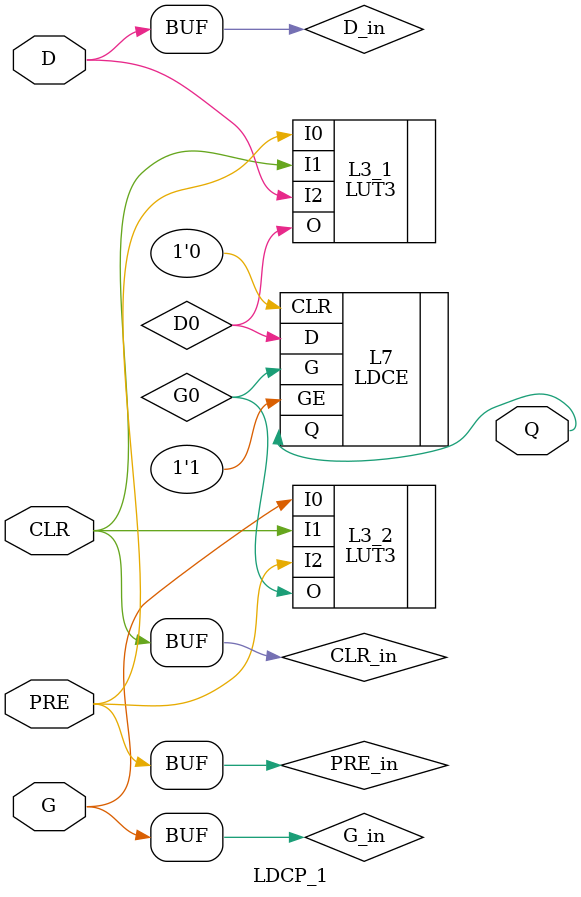
<source format=v>


`timescale  1 ps / 1 ps

module LDCP_1 (Q, CLR, D, G, PRE);

    parameter [0:0] INIT = 1'b0;
    parameter [0:0] IS_CLR_INVERTED = 1'b0;
    parameter [0:0] IS_D_INVERTED = 1'b0;
    parameter [0:0] IS_G_INVERTED = 1'b0;
    parameter [0:0] IS_PRE_INVERTED = 1'b0;

    output Q;
    input  CLR, D, G, PRE;

    wire Q, D0, G0;
    wire CLR_in;
    wire D_in;
    wire G_in;
    wire PRE_in;

    assign CLR_in = IS_CLR_INVERTED ^ CLR;  
    assign D_in = IS_D_INVERTED ^ D;  
    assign G_in = IS_G_INVERTED ^ G;  
    assign PRE_in = IS_PRE_INVERTED ^ PRE;  

    LUT3 #(.INIT (8'h32)) L3_1 (.I0(PRE_in), .I1(CLR_in), .I2(D_in), .O(D0));
    LUT3 #(.INIT (8'hFD)) L3_2 (.I0(G_in), .I1(CLR_in), .I2(PRE_in), .O(G0));
    LDCE #(.INIT(INIT)) L7 (.Q(Q), .G(G0), .GE(1'b1), .CLR(1'b0), .D(D0));

endmodule


</source>
